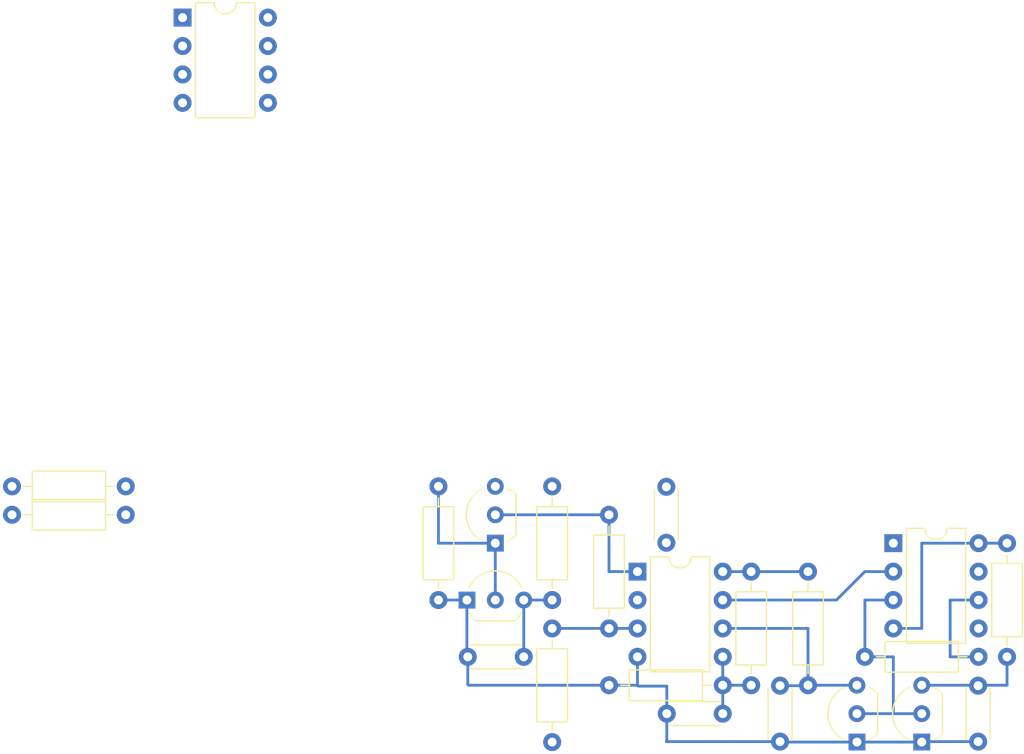
<source format=kicad_pcb>
(kicad_pcb (version 20240108) (generator "pcbnew") (generator_version "8.0")
  (layers (0 "F.Cu" signal) (31 "B.Cu" signal) (34 "B.Paste" user) (35 "F.Paste" user) (36 "B.SilkS" user "B.Silkscreen") (37 "F.SilkS" user "F.Silkscreen") (38 "B.Mask" user) (39 "F.Mask" user) (44 "Edge.Cuts" user))
  (net 0 "")
  (net 1 "GND")
  (net 2 "DisRF")
  (net 3 "Net-(Q4-G)")
  (net 4 "OutFreq")
  (net 5 "Net-(U2B-+)")
  (net 6 "DisMF")
  (net 7 "Net-(Q1-G)")
  (net 8 "Net-(Q3-G)")
  (net 9 "+5V")
  (net 10 "Net-(U1-THR)")
  (net 11 "Net-(U2A-+)")
  (net 12 "+3V3")
  (net 13 "Net-(R11-Pad2)")
  (net 14 "Net-(R12-Pad1)")
  (net 16 "RaceEndFreq")
  (net 18 "Net-(U2A--)")
  (net 19 "ShieldF")
  (footprint "Resistor_THT:R_Axial_DIN0207_L6.3mm_D2.5mm_P10.16mm_Horizontal" (layer "F.Cu") (at 172.72 111.76 -90)
    (property "Reference" "R7" (hide yes))
    (property "Value" "56k")
    (fp_line (start 1.81 1.37) (end 8.35 1.37) (stroke (width 0.12)) (layer "F.SilkS"))
    (fp_line (start 8.35 1.37) (end 8.35 -1.37) (stroke (width 0.12)) (layer "F.SilkS"))
    (fp_line (start 1.04 0) (end 1.81 0) (stroke (width 0.12)) (layer "F.SilkS"))
    (fp_line (start 9.12 0) (end 8.35 0) (stroke (width 0.12)) (layer "F.SilkS"))
    (fp_line (start 1.81 -1.37) (end 1.81 1.37) (stroke (width 0.12)) (layer "F.SilkS"))
    (fp_line (start 8.35 -1.37) (end 1.81 -1.37) (stroke (width 0.12)) (layer "F.SilkS"))
    (pad "1" thru_hole circle (at 0 0 270) (size 1.6 1.6) (drill 0.8) (layers "*.Cu" "*.Mask") (net 12 "+3V3"))
    (pad "2" thru_hole oval (at 10.16 0 270) (size 1.6 1.6) (drill 0.8) (layers "*.Cu" "*.Mask") (net 4 "OutFreq"))
  )
  (footprint "Resistor_THT:R_Axial_DIN0207_L6.3mm_D2.5mm_P10.16mm_Horizontal" (layer "F.Cu") (at 172.72 134.62 90)
    (property "Reference" "R3" (hide yes))
    (property "Value" "100k")
    (fp_line (start 8.35 -1.37) (end 1.81 -1.37) (stroke (width 0.12)) (layer "F.SilkS"))
    (fp_line (start 1.81 -1.37) (end 1.81 1.37) (stroke (width 0.12)) (layer "F.SilkS"))
    (fp_line (start 9.12 0) (end 8.35 0) (stroke (width 0.12)) (layer "F.SilkS"))
    (fp_line (start 1.04 0) (end 1.81 0) (stroke (width 0.12)) (layer "F.SilkS"))
    (fp_line (start 8.35 1.37) (end 8.35 -1.37) (stroke (width 0.12)) (layer "F.SilkS"))
    (fp_line (start 1.81 1.37) (end 8.35 1.37) (stroke (width 0.12)) (layer "F.SilkS"))
    (pad "1" thru_hole circle (at 0 0 90) (size 1.6 1.6) (drill 0.8) (layers "*.Cu" "*.Mask") (net 2 "DisRF"))
    (pad "2" thru_hole oval (at 10.16 0 90) (size 1.6 1.6) (drill 0.8) (layers "*.Cu" "*.Mask") (net 11 "Net-(U2A-+)"))
  )
  (footprint "Resistor_THT:R_Axial_DIN0207_L6.3mm_D2.5mm_P10.16mm_Horizontal" (layer "F.Cu") (at 195.58 129.54 90)
    (property "Reference" "R10" (hide yes))
    (property "Value" "100k")
    (fp_line (start 8.35 -1.37) (end 1.81 -1.37) (stroke (width 0.12)) (layer "F.SilkS"))
    (fp_line (start 1.81 -1.37) (end 1.81 1.37) (stroke (width 0.12)) (layer "F.SilkS"))
    (fp_line (start 9.12 0) (end 8.35 0) (stroke (width 0.12)) (layer "F.SilkS"))
    (fp_line (start 1.04 0) (end 1.81 0) (stroke (width 0.12)) (layer "F.SilkS"))
    (fp_line (start 8.35 1.37) (end 8.35 -1.37) (stroke (width 0.12)) (layer "F.SilkS"))
    (fp_line (start 1.81 1.37) (end 8.35 1.37) (stroke (width 0.12)) (layer "F.SilkS"))
    (pad "1" thru_hole circle (at 0 0 90) (size 1.6 1.6) (drill 0.8) (layers "*.Cu" "*.Mask") (net 6 "DisMF"))
    (pad "2" thru_hole oval (at 10.16 0 90) (size 1.6 1.6) (drill 0.8) (layers "*.Cu" "*.Mask") (net 9 "+5V"))
  )
  (footprint "Resistor_THT:R_Axial_DIN0207_L6.3mm_D2.5mm_P10.16mm_Horizontal" (layer "F.Cu") (at 177.8 124.46 90)
    (property "Reference" "R4" (hide yes))
    (property "Value" "1M")
    (fp_line (start 8.35 -1.37) (end 1.81 -1.37) (stroke (width 0.12)) (layer "F.SilkS"))
    (fp_line (start 1.81 -1.37) (end 1.81 1.37) (stroke (width 0.12)) (layer "F.SilkS"))
    (fp_line (start 9.12 0) (end 8.35 0) (stroke (width 0.12)) (layer "F.SilkS"))
    (fp_line (start 1.04 0) (end 1.81 0) (stroke (width 0.12)) (layer "F.SilkS"))
    (fp_line (start 8.35 1.37) (end 8.35 -1.37) (stroke (width 0.12)) (layer "F.SilkS"))
    (fp_line (start 1.81 1.37) (end 8.35 1.37) (stroke (width 0.12)) (layer "F.SilkS"))
    (pad "1" thru_hole circle (at 0 0 90) (size 1.6 1.6) (drill 0.8) (layers "*.Cu" "*.Mask") (net 11 "Net-(U2A-+)"))
    (pad "2" thru_hole oval (at 10.16 0 90) (size 1.6 1.6) (drill 0.8) (layers "*.Cu" "*.Mask") (net 3 "Net-(Q4-G)"))
  )
  (footprint "Resistor_THT:R_Axial_DIN0207_L6.3mm_D2.5mm_P10.16mm_Horizontal" (layer "F.Cu") (at 124.46 114.3)
    (property "Reference" "R12" (hide yes))
    (property "Value" "?")
    (fp_line (start 1.04 0) (end 1.81 0) (stroke (width 0.12)) (layer "F.SilkS"))
    (fp_line (start 1.81 -1.37) (end 1.81 1.37) (stroke (width 0.12)) (layer "F.SilkS"))
    (fp_line (start 1.81 1.37) (end 8.35 1.37) (stroke (width 0.12)) (layer "F.SilkS"))
    (fp_line (start 8.35 -1.37) (end 1.81 -1.37) (stroke (width 0.12)) (layer "F.SilkS"))
    (fp_line (start 8.35 1.37) (end 8.35 -1.37) (stroke (width 0.12)) (layer "F.SilkS"))
    (fp_line (start 9.12 0) (end 8.35 0) (stroke (width 0.12)) (layer "F.SilkS"))
    (pad "1" thru_hole circle (at 0 0) (size 1.6 1.6) (drill 0.8) (layers "*.Cu" "*.Mask") (net 14 "Net-(R12-Pad1)"))
    (pad "2" thru_hole oval (at 10.16 0) (size 1.6 1.6) (drill 0.8) (layers "*.Cu" "*.Mask") (net 1 "GND"))
  )
  (footprint "Resistor_THT:R_Axial_DIN0207_L6.3mm_D2.5mm_P10.16mm_Horizontal" (layer "F.Cu") (at 200.66 127)
    (property "Reference" "R1" (hide yes))
    (property "Value" "220")
    (fp_line (start 1.04 0) (end 1.81 0) (stroke (width 0.12)) (layer "F.SilkS"))
    (fp_line (start 1.81 -1.37) (end 1.81 1.37) (stroke (width 0.12)) (layer "F.SilkS"))
    (fp_line (start 1.81 1.37) (end 8.35 1.37) (stroke (width 0.12)) (layer "F.SilkS"))
    (fp_line (start 8.35 -1.37) (end 1.81 -1.37) (stroke (width 0.12)) (layer "F.SilkS"))
    (fp_line (start 8.35 1.37) (end 8.35 -1.37) (stroke (width 0.12)) (layer "F.SilkS"))
    (fp_line (start 9.12 0) (end 8.35 0) (stroke (width 0.12)) (layer "F.SilkS"))
    (pad "1" thru_hole circle (at 0 0) (size 1.6 1.6) (drill 0.8) (layers "*.Cu" "*.Mask") (net 7 "Net-(Q1-G)"))
    (pad "2" thru_hole oval (at 10.16 0) (size 1.6 1.6) (drill 0.8) (layers "*.Cu" "*.Mask") (net 10 "Net-(U1-THR)"))
  )
  (footprint "Package_TO_SOT_THT:TO-92_Inline_Wide" (layer "F.Cu") (at 167.64 116.84 90)
    (property "Reference" "Q4" (hide yes))
    (property "Value" "2N7000")
    (fp_line (start 0.74 1.85) (end 4.34 1.85) (stroke (width 0.12)) (layer "F.SilkS"))
    (fp_arc (start 2.54 -2.6) (mid 3.936979 -2.192818) (end 4.8964 -1.098807) (stroke (width 0.12)) (layer "F.SilkS"))
    (fp_arc (start 0.1836 -1.098807) (mid 1.143021 -2.192817) (end 2.54 -2.6) (stroke (width 0.12)) (layer "F.SilkS"))
    (fp_arc (start 4.864184 1.122795) (mid 4.633903 1.509328) (end 4.34 1.85) (stroke (width 0.12)) (layer "F.SilkS"))
    (fp_arc (start 0.74 1.85) (mid 0.446097 1.509328) (end 0.215816 1.122795) (stroke (width 0.12)) (layer "F.SilkS"))
    (pad "1" thru_hole rect (at 0 0 90) (size 1.5 1.5) (drill 0.8) (layers "*.Cu" "*.Mask") (net 8 "Net-(Q3-G)"))
    (pad "2" thru_hole circle (at 2.54 0 90) (size 1.5 1.5) (drill 0.8) (layers "*.Cu" "*.Mask") (net 3 "Net-(Q4-G)"))
    (pad "3" thru_hole circle (at 5.08 0 90) (size 1.5 1.5) (drill 0.8) (layers "*.Cu" "*.Mask") (net 9 "+5V"))
  )
  (footprint "Resistor_THT:R_Axial_DIN0207_L6.3mm_D2.5mm_P10.16mm_Horizontal" (layer "F.Cu") (at 190.5 129.54 90)
    (property "Reference" "R8" (hide yes))
    (property "Value" "100k")
    (fp_line (start 8.35 -1.37) (end 1.81 -1.37) (stroke (width 0.12)) (layer "F.SilkS"))
    (fp_line (start 1.81 -1.37) (end 1.81 1.37) (stroke (width 0.12)) (layer "F.SilkS"))
    (fp_line (start 9.12 0) (end 8.35 0) (stroke (width 0.12)) (layer "F.SilkS"))
    (fp_line (start 1.04 0) (end 1.81 0) (stroke (width 0.12)) (layer "F.SilkS"))
    (fp_line (start 8.35 1.37) (end 8.35 -1.37) (stroke (width 0.12)) (layer "F.SilkS"))
    (fp_line (start 1.81 1.37) (end 8.35 1.37) (stroke (width 0.12)) (layer "F.SilkS"))
    (pad "1" thru_hole circle (at 0 0 90) (size 1.6 1.6) (drill 0.8) (layers "*.Cu" "*.Mask") (net 5 "Net-(U2B-+)"))
    (pad "2" thru_hole oval (at 10.16 0 90) (size 1.6 1.6) (drill 0.8) (layers "*.Cu" "*.Mask") (net 9 "+5V"))
  )
  (footprint "Resistor_THT:R_Axial_DIN0207_L6.3mm_D2.5mm_P10.16mm_Horizontal" (layer "F.Cu") (at 177.8 129.54)
    (property "Reference" "R9" (hide yes))
    (property "Value" "100k")
    (fp_line (start 1.04 0) (end 1.81 0) (stroke (width 0.12)) (layer "F.SilkS"))
    (fp_line (start 1.81 -1.37) (end 1.81 1.37) (stroke (width 0.12)) (layer "F.SilkS"))
    (fp_line (start 1.81 1.37) (end 8.35 1.37) (stroke (width 0.12)) (layer "F.SilkS"))
    (fp_line (start 8.35 -1.37) (end 1.81 -1.37) (stroke (width 0.12)) (layer "F.SilkS"))
    (fp_line (start 8.35 1.37) (end 8.35 -1.37) (stroke (width 0.12)) (layer "F.SilkS"))
    (fp_line (start 9.12 0) (end 8.35 0) (stroke (width 0.12)) (layer "F.SilkS"))
    (pad "1" thru_hole circle (at 0 0) (size 1.6 1.6) (drill 0.8) (layers "*.Cu" "*.Mask") (net 1 "GND"))
    (pad "2" thru_hole oval (at 10.16 0) (size 1.6 1.6) (drill 0.8) (layers "*.Cu" "*.Mask") (net 5 "Net-(U2B-+)"))
  )
  (footprint "Package_DIP:DIP-8_W7.62mm" (layer "F.Cu") (at 180.34 119.38)
    (property "Reference" "U2" (hide yes))
    (property "Value" "AZV3002")
    (fp_line (start 1.16 -1.33) (end 1.16 8.95) (stroke (width 0.12)) (layer "F.SilkS"))
    (fp_line (start 1.16 8.95) (end 6.46 8.95) (stroke (width 0.12)) (layer "F.SilkS"))
    (fp_line (start 2.81 -1.33) (end 1.16 -1.33) (stroke (width 0.12)) (layer "F.SilkS"))
    (fp_line (start 6.46 -1.33) (end 4.81 -1.33) (stroke (width 0.12)) (layer "F.SilkS"))
    (fp_line (start 6.46 8.95) (end 6.46 -1.33) (stroke (width 0.12)) (layer "F.SilkS"))
    (fp_arc (start 4.81 -1.33) (mid 3.81 -0.33) (end 2.81 -1.33) (stroke (width 0.12)) (layer "F.SilkS"))
    (pad "1" thru_hole rect (at 0 0) (size 1.6 1.6) (drill 0.8) (layers "*.Cu" "*.Mask") (net 3 "Net-(Q4-G)"))
    (pad "2" thru_hole oval (at 0 2.54) (size 1.6 1.6) (drill 0.8) (layers "*.Cu" "*.Mask") (net 18 "Net-(U2A--)"))
    (pad "3" thru_hole oval (at 0 5.08) (size 1.6 1.6) (drill 0.8) (layers "*.Cu" "*.Mask") (net 11 "Net-(U2A-+)"))
    (pad "4" thru_hole oval (at 0 7.62) (size 1.6 1.6) (drill 0.8) (layers "*.Cu" "*.Mask") (net 1 "GND"))
    (pad "5" thru_hole oval (at 7.62 7.62) (size 1.6 1.6) (drill 0.8) (layers "*.Cu" "*.Mask") (net 5 "Net-(U2B-+)"))
    (pad "6" thru_hole oval (at 7.62 5.08) (size 1.6 1.6) (drill 0.8) (layers "*.Cu" "*.Mask") (net 6 "DisMF"))
    (pad "7" thru_hole oval (at 7.62 2.54) (size 1.6 1.6) (drill 0.8) (layers "*.Cu" "*.Mask") (net 16 "RaceEndFreq"))
    (pad "8" thru_hole oval (at 7.62 0) (size 1.6 1.6) (drill 0.8) (layers "*.Cu" "*.Mask") (net 9 "+5V"))
  )
  (footprint "Capacitor_THT:C_Disc_D4.3mm_W1.9mm_P5.00mm" (layer "F.Cu") (at 187.96 132.08 180)
    (property "Reference" "C5" (hide yes))
    (property "Value" "100n")
    (fp_line (start 4.77 1.055) (end 4.77 1.07) (stroke (width 0.12)) (layer "F.SilkS"))
    (fp_line (start 4.77 -1.07) (end 4.77 -1.055) (stroke (width 0.12)) (layer "F.SilkS"))
    (fp_line (start 0.23 1.07) (end 4.77 1.07) (stroke (width 0.12)) (layer "F.SilkS"))
    (fp_line (start 0.23 1.055) (end 0.23 1.07) (stroke (width 0.12)) (layer "F.SilkS"))
    (fp_line (start 0.23 -1.07) (end 4.77 -1.07) (stroke (width 0.12)) (layer "F.SilkS"))
    (fp_line (start 0.23 -1.07) (end 0.23 -1.055) (stroke (width 0.12)) (layer "F.SilkS"))
    (pad "1" thru_hole circle (at 0 0 180) (size 1.6 1.6) (drill 0.8) (layers "*.Cu" "*.Mask") (net 5 "Net-(U2B-+)"))
    (pad "2" thru_hole circle (at 5 0 180) (size 1.6 1.6) (drill 0.8) (layers "*.Cu" "*.Mask") (net 1 "GND"))
  )
  (footprint "Capacitor_THT:C_Disc_D4.3mm_W1.9mm_P5.00mm" (layer "F.Cu") (at 210.78 129.58 -90)
    (property "Reference" "C2" (hide yes))
    (property "Value" "1n")
    (fp_line (start 0.23 1.07) (end 4.77 1.07) (stroke (width 0.12)) (layer "F.SilkS"))
    (fp_line (start 0.23 1.055) (end 0.23 1.07) (stroke (width 0.12)) (layer "F.SilkS"))
    (fp_line (start 4.77 1.055) (end 4.77 1.07) (stroke (width 0.12)) (layer "F.SilkS"))
    (fp_line (start 0.23 -1.07) (end 0.23 -1.055) (stroke (width 0.12)) (layer "F.SilkS"))
    (fp_line (start 0.23 -1.07) (end 4.77 -1.07) (stroke (width 0.12)) (layer "F.SilkS"))
    (fp_line (start 4.77 -1.07) (end 4.77 -1.055) (stroke (width 0.12)) (layer "F.SilkS"))
    (pad "1" thru_hole circle (at 0 0 270) (size 1.6 1.6) (drill 0.8) (layers "*.Cu" "*.Mask") (net 2 "DisRF"))
    (pad "2" thru_hole circle (at 5 0 270) (size 1.6 1.6) (drill 0.8) (layers "*.Cu" "*.Mask") (net 1 "GND"))
  )
  (footprint "Package_TO_SOT_THT:TO-92_Inline_Wide" (layer "F.Cu") (at 165.1 121.92)
    (property "Reference" "Q3" (hide yes))
    (property "Value" "2N7000")
    (fp_line (start 0.74 1.85) (end 4.34 1.85) (stroke (width 0.12)) (layer "F.SilkS"))
    (fp_arc (start 0.1836 -1.098807) (mid 1.143021 -2.192817) (end 2.54 -2.6) (stroke (width 0.12)) (layer "F.SilkS"))
    (fp_arc (start 0.74 1.85) (mid 0.446097 1.509328) (end 0.215816 1.122795) (stroke (width 0.12)) (layer "F.SilkS"))
    (fp_arc (start 2.54 -2.6) (mid 3.936979 -2.192818) (end 4.8964 -1.098807) (stroke (width 0.12)) (layer "F.SilkS"))
    (fp_arc (start 4.864184 1.122795) (mid 4.633903 1.509328) (end 4.34 1.85) (stroke (width 0.12)) (layer "F.SilkS"))
    (pad "1" thru_hole rect (at 0 0) (size 1.5 1.5) (drill 0.8) (layers "*.Cu" "*.Mask") (net 1 "GND"))
    (pad "2" thru_hole circle (at 2.54 0) (size 1.5 1.5) (drill 0.8) (layers "*.Cu" "*.Mask") (net 8 "Net-(Q3-G)"))
    (pad "3" thru_hole circle (at 5.08 0) (size 1.5 1.5) (drill 0.8) (layers "*.Cu" "*.Mask") (net 4 "OutFreq"))
  )
  (footprint "Package_DIP:DIP-8_W7.62mm" (layer "F.Cu") (at 203.2 116.84)
    (property "Reference" "U1" (hide yes))
    (property "Value" "NE555D")
    (fp_line (start 1.16 -1.33) (end 1.16 8.95) (stroke (width 0.12)) (layer "F.SilkS"))
    (fp_line (start 1.16 8.95) (end 6.46 8.95) (stroke (width 0.12)) (layer "F.SilkS"))
    (fp_line (start 2.81 -1.33) (end 1.16 -1.33) (stroke (width 0.12)) (layer "F.SilkS"))
    (fp_line (start 6.46 -1.33) (end 4.81 -1.33) (stroke (width 0.12)) (layer "F.SilkS"))
    (fp_line (start 6.46 8.95) (end 6.46 -1.33) (stroke (width 0.12)) (layer "F.SilkS"))
    (fp_arc (start 4.81 -1.33) (mid 3.81 -0.33) (end 2.81 -1.33) (stroke (width 0.12)) (layer "F.SilkS"))
    (pad "1" thru_hole rect (at 0 0) (size 1.6 1.6) (drill 0.8) (layers "*.Cu" "*.Mask") (net 1 "GND"))
    (pad "2" thru_hole oval (at 0 2.54) (size 1.6 1.6) (drill 0.8) (layers "*.Cu" "*.Mask") (net 16 "RaceEndFreq"))
    (pad "3" thru_hole oval (at 0 5.08) (size 1.6 1.6) (drill 0.8) (layers "*.Cu" "*.Mask") (net 7 "Net-(Q1-G)"))
    (pad "4" thru_hole oval (at 0 7.62) (size 1.6 1.6) (drill 0.8) (layers "*.Cu" "*.Mask") (net 9 "+5V"))
    (pad "5" thru_hole oval (at 7.62 7.62) (size 1.6 1.6) (drill 0.8) (layers "*.Cu" "*.Mask"))
    (pad "6" thru_hole oval (at 7.62 5.08) (size 1.6 1.6) (drill 0.8) (layers "*.Cu" "*.Mask") (net 10 "Net-(U1-THR)"))
    (pad "7" thru_hole oval (at 7.62 2.54) (size 1.6 1.6) (drill 0.8) (layers "*.Cu" "*.Mask"))
    (pad "8" thru_hole oval (at 7.62 0) (size 1.6 1.6) (drill 0.8) (layers "*.Cu" "*.Mask") (net 9 "+5V"))
  )
  (footprint "Package_TO_SOT_THT:TO-92_Inline_Wide" (layer "F.Cu") (at 199.95 134.62 90)
    (property "Reference" "Q1" (hide yes))
    (property "Value" "2N7000")
    (fp_line (start 0.74 1.85) (end 4.34 1.85) (stroke (width 0.12)) (layer "F.SilkS"))
    (fp_arc (start 2.54 -2.6) (mid 3.936979 -2.192818) (end 4.8964 -1.098807) (stroke (width 0.12)) (layer "F.SilkS"))
    (fp_arc (start 0.1836 -1.098807) (mid 1.143021 -2.192817) (end 2.54 -2.6) (stroke (width 0.12)) (layer "F.SilkS"))
    (fp_arc (start 4.864184 1.122795) (mid 4.633903 1.509328) (end 4.34 1.85) (stroke (width 0.12)) (layer "F.SilkS"))
    (fp_arc (start 0.74 1.85) (mid 0.446097 1.509328) (end 0.215816 1.122795) (stroke (width 0.12)) (layer "F.SilkS"))
    (pad "1" thru_hole rect (at 0 0 90) (size 1.5 1.5) (drill 0.8) (layers "*.Cu" "*.Mask") (net 1 "GND"))
    (pad "2" thru_hole circle (at 2.54 0 90) (size 1.5 1.5) (drill 0.8) (layers "*.Cu" "*.Mask") (net 7 "Net-(Q1-G)"))
    (pad "3" thru_hole circle (at 5.08 0 90) (size 1.5 1.5) (drill 0.8) (layers "*.Cu" "*.Mask") (net 6 "DisMF"))
  )
  (footprint "Resistor_THT:R_Axial_DIN0207_L6.3mm_D2.5mm_P10.16mm_Horizontal" (layer "F.Cu") (at 162.56 111.76 -90)
    (property "Reference" "R6" (hide yes))
    (property "Value" "100k")
    (fp_line (start 1.81 1.37) (end 8.35 1.37) (stroke (width 0.12)) (layer "F.SilkS"))
    (fp_line (start 8.35 1.37) (end 8.35 -1.37) (stroke (width 0.12)) (layer "F.SilkS"))
    (fp_line (start 1.04 0) (end 1.81 0) (stroke (width 0.12)) (layer "F.SilkS"))
    (fp_line (start 9.12 0) (end 8.35 0) (stroke (width 0.12)) (layer "F.SilkS"))
    (fp_line (start 1.81 -1.37) (end 1.81 1.37) (stroke (width 0.12)) (layer "F.SilkS"))
    (fp_line (start 8.35 -1.37) (end 1.81 -1.37) (stroke (width 0.12)) (layer "F.SilkS"))
    (pad "1" thru_hole circle (at 0 0 270) (size 1.6 1.6) (drill 0.8) (layers "*.Cu" "*.Mask") (net 8 "Net-(Q3-G)"))
    (pad "2" thru_hole oval (at 10.16 0 270) (size 1.6 1.6) (drill 0.8) (layers "*.Cu" "*.Mask") (net 1 "GND"))
  )
  (footprint "Capacitor_THT:C_Disc_D4.3mm_W1.9mm_P5.00mm" (layer "F.Cu") (at 170.18 127 180)
    (property "Reference" "C4" (hide yes))
    (property "Value" "1u")
    (fp_line (start 4.77 1.055) (end 4.77 1.07) (stroke (width 0.12)) (layer "F.SilkS"))
    (fp_line (start 4.77 -1.07) (end 4.77 -1.055) (stroke (width 0.12)) (layer "F.SilkS"))
    (fp_line (start 0.23 1.07) (end 4.77 1.07) (stroke (width 0.12)) (layer "F.SilkS"))
    (fp_line (start 0.23 1.055) (end 0.23 1.07) (stroke (width 0.12)) (layer "F.SilkS"))
    (fp_line (start 0.23 -1.07) (end 4.77 -1.07) (stroke (width 0.12)) (layer "F.SilkS"))
    (fp_line (start 0.23 -1.07) (end 0.23 -1.055) (stroke (width 0.12)) (layer "F.SilkS"))
    (pad "1" thru_hole circle (at 0 0 180) (size 1.6 1.6) (drill 0.8) (layers "*.Cu" "*.Mask") (net 4 "OutFreq"))
    (pad "2" thru_hole circle (at 5 0 180) (size 1.6 1.6) (drill 0.8) (layers "*.Cu" "*.Mask") (net 1 "GND"))
  )
  (footprint "Package_DIP:DIP-8_W7.62mm" (layer "F.Cu") (at 139.7 69.85)
    (property "Reference" "U3" (hide yes))
    (property "Value" "MAX4392")
    (fp_line (start 1.16 -1.33) (end 1.16 8.95) (stroke (width 0.12)) (layer "F.SilkS"))
    (fp_line (start 1.16 8.95) (end 6.46 8.95) (stroke (width 0.12)) (layer "F.SilkS"))
    (fp_line (start 2.81 -1.33) (end 1.16 -1.33) (stroke (width 0.12)) (layer "F.SilkS"))
    (fp_line (start 6.46 -1.33) (end 4.81 -1.33) (stroke (width 0.12)) (layer "F.SilkS"))
    (fp_line (start 6.46 8.95) (end 6.46 -1.33) (stroke (width 0.12)) (layer "F.SilkS"))
    (fp_arc (start 4.81 -1.33) (mid 3.81 -0.33) (end 2.81 -1.33) (stroke (width 0.12)) (layer "F.SilkS"))
    (pad "1" thru_hole rect (at 0 0) (size 1.6 1.6) (drill 0.8) (layers "*.Cu" "*.Mask") (net 19 "ShieldF"))
    (pad "2" thru_hole oval (at 0 2.54) (size 1.6 1.6) (drill 0.8) (layers "*.Cu" "*.Mask") (net 19 "ShieldF"))
    (pad "3" thru_hole oval (at 0 5.08) (size 1.6 1.6) (drill 0.8) (layers "*.Cu" "*.Mask") (net 6 "DisMF"))
    (pad "4" thru_hole oval (at 0 7.62) (size 1.6 1.6) (drill 0.8) (layers "*.Cu" "*.Mask") (net 1 "GND"))
    (pad "5" thru_hole oval (at 7.62 7.62) (size 1.6 1.6) (drill 0.8) (layers "*.Cu" "*.Mask"))
    (pad "6" thru_hole oval (at 7.62 5.08) (size 1.6 1.6) (drill 0.8) (layers "*.Cu" "*.Mask"))
    (pad "7" thru_hole oval (at 7.62 2.54) (size 1.6 1.6) (drill 0.8) (layers "*.Cu" "*.Mask"))
    (pad "8" thru_hole oval (at 7.62 0) (size 1.6 1.6) (drill 0.8) (layers "*.Cu" "*.Mask") (net 9 "+5V"))
  )
  (footprint "Resistor_THT:R_Axial_DIN0207_L6.3mm_D2.5mm_P10.16mm_Horizontal" (layer "F.Cu") (at 213.36 116.84 -90)
    (property "Reference" "R2" (hide yes))
    (property "Value" "10k")
    (fp_line (start 1.81 1.37) (end 8.35 1.37) (stroke (width 0.12)) (layer "F.SilkS"))
    (fp_line (start 8.35 1.37) (end 8.35 -1.37) (stroke (width 0.12)) (layer "F.SilkS"))
    (fp_line (start 1.04 0) (end 1.81 0) (stroke (width 0.12)) (layer "F.SilkS"))
    (fp_line (start 9.12 0) (end 8.35 0) (stroke (width 0.12)) (layer "F.SilkS"))
    (fp_line (start 1.81 -1.37) (end 1.81 1.37) (stroke (width 0.12)) (layer "F.SilkS"))
    (fp_line (start 8.35 -1.37) (end 1.81 -1.37) (stroke (width 0.12)) (layer "F.SilkS"))
    (pad "1" thru_hole circle (at 0 0 270) (size 1.6 1.6) (drill 0.8) (layers "*.Cu" "*.Mask") (net 9 "+5V"))
    (pad "2" thru_hole oval (at 10.16 0 270) (size 1.6 1.6) (drill 0.8) (layers "*.Cu" "*.Mask") (net 2 "DisRF"))
  )
  (footprint "Capacitor_THT:C_Disc_D4.3mm_W1.9mm_P5.00mm" (layer "F.Cu") (at 182.92 111.8 -90)
    (property "Reference" "C3" (hide yes))
    (property "Value" "1n")
    (fp_line (start 0.23 1.07) (end 4.77 1.07) (stroke (width 0.12)) (layer "F.SilkS"))
    (fp_line (start 0.23 1.055) (end 0.23 1.07) (stroke (width 0.12)) (layer "F.SilkS"))
    (fp_line (start 4.77 1.055) (end 4.77 1.07) (stroke (width 0.12)) (layer "F.SilkS"))
    (fp_line (start 0.23 -1.07) (end 0.23 -1.055) (stroke (width 0.12)) (layer "F.SilkS"))
    (fp_line (start 0.23 -1.07) (end 4.77 -1.07) (stroke (width 0.12)) (layer "F.SilkS"))
    (fp_line (start 4.77 -1.07) (end 4.77 -1.055) (stroke (width 0.12)) (layer "F.SilkS"))
    (pad "1" thru_hole circle (at 0 0 270) (size 1.6 1.6) (drill 0.8) (layers "*.Cu" "*.Mask") (net 3 "Net-(Q4-G)"))
    (pad "2" thru_hole circle (at 5 0 270) (size 1.6 1.6) (drill 0.8) (layers "*.Cu" "*.Mask") (net 1 "GND"))
  )
  (footprint "Resistor_THT:R_Axial_DIN0207_L6.3mm_D2.5mm_P10.16mm_Horizontal" (layer "F.Cu") (at 124.46 111.76)
    (property "Reference" "R11" (hide yes))
    (property "Value" "?")
    (fp_line (start 1.04 0) (end 1.81 0) (stroke (width 0.12)) (layer "F.SilkS"))
    (fp_line (start 1.81 -1.37) (end 1.81 1.37) (stroke (width 0.12)) (layer "F.SilkS"))
    (fp_line (start 1.81 1.37) (end 8.35 1.37) (stroke (width 0.12)) (layer "F.SilkS"))
    (fp_line (start 8.35 -1.37) (end 1.81 -1.37) (stroke (width 0.12)) (layer "F.SilkS"))
    (fp_line (start 8.35 1.37) (end 8.35 -1.37) (stroke (width 0.12)) (layer "F.SilkS"))
    (fp_line (start 9.12 0) (end 8.35 0) (stroke (width 0.12)) (layer "F.SilkS"))
    (pad "1" thru_hole circle (at 0 0) (size 1.6 1.6) (drill 0.8) (layers "*.Cu" "*.Mask") (net 9 "+5V"))
    (pad "2" thru_hole oval (at 10.16 0) (size 1.6 1.6) (drill 0.8) (layers "*.Cu" "*.Mask") (net 13 "Net-(R11-Pad2)"))
  )
  (footprint "Capacitor_THT:C_Disc_D4.3mm_W1.9mm_P5.00mm" (layer "F.Cu") (at 193.08 129.58 -90)
    (property "Reference" "C6" (hide yes))
    (property "Value" "20p")
    (fp_line (start 0.23 1.07) (end 4.77 1.07) (stroke (width 0.12)) (layer "F.SilkS"))
    (fp_line (start 0.23 1.055) (end 0.23 1.07) (stroke (width 0.12)) (layer "F.SilkS"))
    (fp_line (start 4.77 1.055) (end 4.77 1.07) (stroke (width 0.12)) (layer "F.SilkS"))
    (fp_line (start 0.23 -1.07) (end 0.23 -1.055) (stroke (width 0.12)) (layer "F.SilkS"))
    (fp_line (start 0.23 -1.07) (end 4.77 -1.07) (stroke (width 0.12)) (layer "F.SilkS"))
    (fp_line (start 4.77 -1.07) (end 4.77 -1.055) (stroke (width 0.12)) (layer "F.SilkS"))
    (pad "1" thru_hole circle (at 0 0 270) (size 1.6 1.6) (drill 0.8) (layers "*.Cu" "*.Mask") (net 6 "DisMF"))
    (pad "2" thru_hole circle (at 5 0 270) (size 1.6 1.6) (drill 0.8) (layers "*.Cu" "*.Mask") (net 1 "GND"))
  )
  (footprint "Package_TO_SOT_THT:TO-92_Inline_Wide" (layer "F.Cu") (at 205.74 134.62 90)
    (property "Reference" "Q2" (hide yes))
    (property "Value" "2N7000")
    (fp_line (start 0.74 1.85) (end 4.34 1.85) (stroke (width 0.12)) (layer "F.SilkS"))
    (fp_arc (start 2.54 -2.6) (mid 3.936979 -2.192818) (end 4.8964 -1.098807) (stroke (width 0.12)) (layer "F.SilkS"))
    (fp_arc (start 0.1836 -1.098807) (mid 1.143021 -2.192817) (end 2.54 -2.6) (stroke (width 0.12)) (layer "F.SilkS"))
    (fp_arc (start 4.864184 1.122795) (mid 4.633903 1.509328) (end 4.34 1.85) (stroke (width 0.12)) (layer "F.SilkS"))
    (fp_arc (start 0.74 1.85) (mid 0.446097 1.509328) (end 0.215816 1.122795) (stroke (width 0.12)) (layer "F.SilkS"))
    (pad "1" thru_hole rect (at 0 0 90) (size 1.5 1.5) (drill 0.8) (layers "*.Cu" "*.Mask") (net 1 "GND"))
    (pad "2" thru_hole circle (at 2.54 0 90) (size 1.5 1.5) (drill 0.8) (layers "*.Cu" "*.Mask") (net 7 "Net-(Q1-G)"))
    (pad "3" thru_hole circle (at 5.08 0 90) (size 1.5 1.5) (drill 0.8) (layers "*.Cu" "*.Mask") (net 2 "DisRF"))
  )
  (segment (start 210.78 134.58) (end 205.78 134.58) (width 0.25) (layer "B.Cu") (net 1))
  (segment (start 182.96 129.62) (end 180.42 129.62) (width 0.25) (layer "B.Cu") (net 1))
  (segment (start 180.34 129.54) (end 180.42 129.62) (width 0.25) (layer "B.Cu") (net 1))
  (segment (start 182.96 134.54) (end 182.96 132.08) (width 0.25) (layer "B.Cu") (net 1))
  (segment (start 193.08 134.58) (end 182.92 134.58) (width 0.25) (layer "B.Cu") (net 1))
  (segment (start 199.95 134.62) (end 193.12 134.62) (width 0.25) (layer "B.Cu") (net 1))
  (segment (start 165.18 127) (end 165.18 129.46) (width 0.25) (layer "B.Cu") (net 1))
  (segment (start 180.34 127) (end 180.34 129.54) (width 0.25) (layer "B.Cu") (net 1))
  (segment (start 205.74 134.62) (end 199.95 134.62) (width 0.25) (layer "B.Cu") (net 1))
  (segment (start 205.78 134.58) (end 205.74 134.62) (width 0.25) (layer "B.Cu") (net 1))
  (segment (start 180.34 129.54) (end 177.8 129.54) (width 0.25) (layer "B.Cu") (net 1))
  (segment (start 182.92 134.58) (end 182.96 134.54) (width 0.25) (layer "B.Cu") (net 1))
  (segment (start 165.18 129.46) (end 165.26 129.54) (width 0.25) (layer "B.Cu") (net 1))
  (segment (start 193.12 134.62) (end 193.08 134.58) (width 0.25) (layer "B.Cu") (net 1))
  (segment (start 165.1 121.92) (end 165.1 126.92) (width 0.25) (layer "B.Cu") (net 1))
  (segment (start 165.26 129.54) (end 177.8 129.54) (width 0.25) (layer "B.Cu") (net 1))
  (segment (start 162.56 121.92) (end 165.1 121.92) (width 0.25) (layer "B.Cu") (net 1))
  (segment (start 182.96 132.08) (end 182.96 129.62) (width 0.25) (layer "B.Cu") (net 1))
  (segment (start 213.36 129.54) (end 210.82 129.54) (width 0.25) (layer "B.Cu") (net 2))
  (segment (start 210.74 129.54) (end 210.78 129.58) (width 0.25) (layer "B.Cu") (net 2))
  (segment (start 205.74 129.54) (end 210.74 129.54) (width 0.25) (layer "B.Cu") (net 2))
  (segment (start 213.36 127) (end 213.36 129.54) (width 0.25) (layer "B.Cu") (net 2))
  (segment (start 210.82 129.54) (end 210.78 129.58) (width 0.25) (layer "B.Cu") (net 2))
  (segment (start 167.64 114.3) (end 177.8 114.3) (width 0.25) (layer "B.Cu") (net 3))
  (segment (start 177.8 119.38) (end 180.34 119.38) (width 0.25) (layer "B.Cu") (net 3))
  (segment (start 177.8 114.3) (end 177.8 119.38) (width 0.25) (layer "B.Cu") (net 3))
  (segment (start 172.72 121.92) (end 170.18 121.92) (width 0.25) (layer "B.Cu") (net 4))
  (segment (start 170.18 121.92) (end 170.18 127) (width 0.25) (layer "B.Cu") (net 4))
  (segment (start 187.96 127) (end 187.96 129.54) (width 0.25) (layer "B.Cu") (net 5))
  (segment (start 187.96 132.08) (end 187.96 129.54) (width 0.25) (layer "B.Cu") (net 5))
  (segment (start 190.5 129.54) (end 187.96 129.54) (width 0.25) (layer "B.Cu") (net 5))
  (segment (start 187.96 124.46) (end 195.58 124.46) (width 0.25) (layer "B.Cu") (net 6))
  (segment (start 195.54 129.58) (end 195.58 129.54) (width 0.25) (layer "B.Cu") (net 6))
  (segment (start 195.58 129.54) (end 195.58 124.46) (width 0.25) (layer "B.Cu") (net 6))
  (segment (start 195.58 129.54) (end 199.95 129.54) (width 0.25) (layer "B.Cu") (net 6))
  (segment (start 193.08 129.58) (end 195.54 129.58) (width 0.25) (layer "B.Cu") (net 6))
  (segment (start 203.2 127) (end 203.2 132.08) (width 0.25) (layer "B.Cu") (net 7))
  (segment (start 203.2 132.08) (end 199.95 132.08) (width 0.25) (layer "B.Cu") (net 7))
  (segment (start 205.74 132.08) (end 203.2 132.08) (width 0.25) (layer "B.Cu") (net 7))
  (segment (start 200.66 121.92) (end 203.2 121.92) (width 0.25) (layer "B.Cu") (net 7))
  (segment (start 200.66 127) (end 203.2 127) (width 0.25) (layer "B.Cu") (net 7))
  (segment (start 200.66 127) (end 200.66 121.92) (width 0.25) (layer "B.Cu") (net 7))
  (segment (start 167.64 121.92) (end 167.64 116.84) (width 0.25) (layer "B.Cu") (net 8))
  (segment (start 162.56 111.76) (end 162.56 116.84) (width 0.25) (layer "B.Cu") (net 8))
  (segment (start 162.56 116.84) (end 167.64 116.84) (width 0.25) (layer "B.Cu") (net 8))
  (segment (start 213.36 116.84) (end 210.82 116.84) (width 0.25) (layer "B.Cu") (net 9))
  (segment (start 205.74 124.46) (end 203.2 124.46) (width 0.25) (layer "B.Cu") (net 9))
  (segment (start 205.74 116.84) (end 205.74 124.46) (width 0.25) (layer "B.Cu") (net 9))
  (segment (start 195.58 119.38) (end 190.5 119.38) (width 0.25) (layer "B.Cu") (net 9))
  (segment (start 210.82 116.84) (end 205.74 116.84) (width 0.25) (layer "B.Cu") (net 9))
  (segment (start 190.5 119.38) (end 187.96 119.38) (width 0.25) (layer "B.Cu") (net 9))
  (segment (start 208.28 121.92) (end 210.82 121.92) (width 0.25) (layer "B.Cu") (net 10))
  (segment (start 208.28 127) (end 208.28 121.92) (width 0.25) (layer "B.Cu") (net 10))
  (segment (start 210.82 127) (end 208.28 127) (width 0.25) (layer "B.Cu") (net 10))
  (segment (start 180.34 124.46) (end 177.8 124.46) (width 0.25) (layer "B.Cu") (net 11))
  (segment (start 177.8 124.46) (end 172.72 124.46) (width 0.25) (layer "B.Cu") (net 11))
  (segment (start 198.12 121.92) (end 187.96 121.92) (width 0.25) (layer "B.Cu") (net 16))
  (segment (start 203.2 119.38) (end 200.66 119.38) (width 0.25) (layer "B.Cu") (net 16))
  (segment (start 200.66 119.38) (end 198.12 121.92) (width 0.25) (layer "B.Cu") (net 16))
)
</source>
